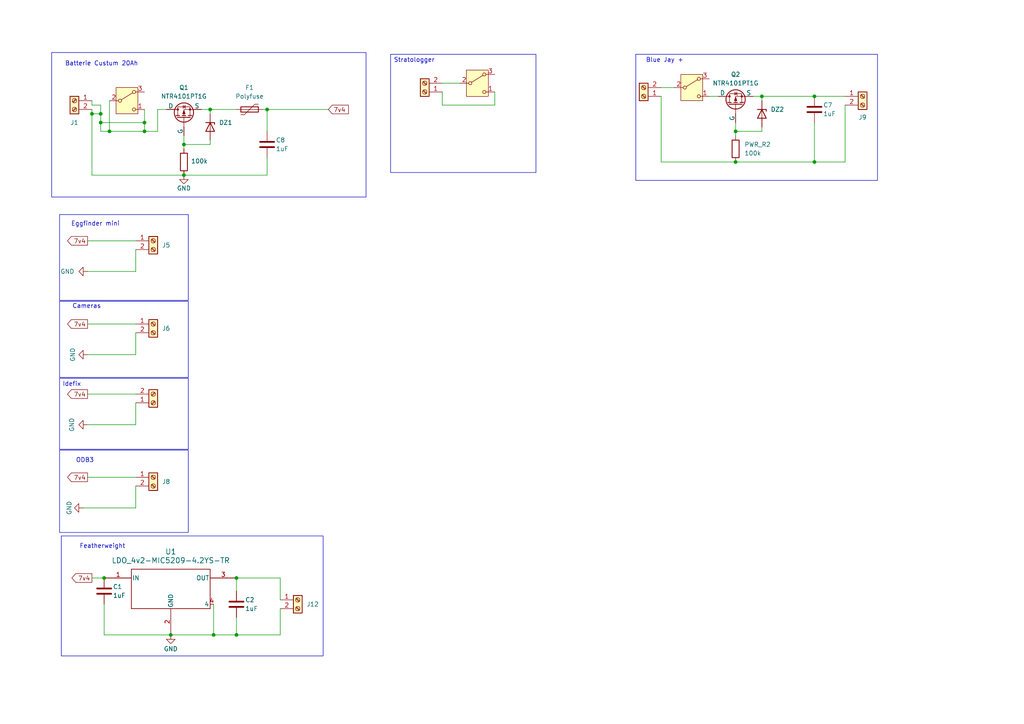
<source format=kicad_sch>
(kicad_sch (version 20231120) (generator "eeschema") (generator_version "8.0")
  (paper "A4")
  (lib_symbols
    (symbol "Connector:Screw_Terminal_01x02" (pin_names (offset 1.016) hide)
      (property "Reference" "J" (at 0 2.54 0))
      (property "Value" "Screw_Terminal_01x02" (at 0 -5.08 0))
      (symbol "Screw_Terminal_01x02_1_1"
        (rectangle (start -1.27 1.27) (end 1.27 -3.81) (stroke (width 0.254)) (fill (type background)))
        (circle (center 0 -2.54) (radius 0.635) (stroke (width 0.1524)))
        (polyline (pts (xy -0.5334 -2.2098) (xy 0.3302 -3.048)) (stroke (width 0.1524)))
        (polyline (pts (xy -0.5334 0.3302) (xy 0.3302 -0.508)) (stroke (width 0.1524)))
        (polyline (pts (xy -0.3556 -2.032) (xy 0.508 -2.8702)) (stroke (width 0.1524)))
        (polyline (pts (xy -0.3556 0.508) (xy 0.508 -0.3302)) (stroke (width 0.1524)))
        (circle (center 0 0) (radius 0.635) (stroke (width 0.1524)))
        (pin passive line (at -5.08 0 0) (length 3.81) (name "Pin_1") (number "1"))
        (pin passive line (at -5.08 -2.54 0) (length 3.81) (name "Pin_2") (number "2"))
      )
    )
    (symbol "Device:C" (pin_numbers hide) (pin_names (offset 0.254))
      (property "Reference" "C" (at 0.635 2.54 0))
      (property "Value" "C" (at 0.635 -2.54 0))
      (symbol "C_0_1"
        (polyline (pts (xy -2.032 -0.762) (xy 2.032 -0.762)) (stroke (width 0.508)))
        (polyline (pts (xy -2.032 0.762) (xy 2.032 0.762)) (stroke (width 0.508)))
      )
      (symbol "C_1_1"
        (pin passive line (at 0 3.81 270) (length 2.794) (name "~") (number "1"))
        (pin passive line (at 0 -3.81 90) (length 2.794) (name "~") (number "2"))
      )
    )
    (symbol "Device:Polyfuse" (pin_numbers hide) (pin_names (offset 0))
      (property "Reference" "F" (at -2.54 0 90))
      (property "Value" "Polyfuse" (at 2.54 0 90))
      (symbol "Polyfuse_0_1"
        (rectangle (start -0.762 2.54) (end 0.762 -2.54) (stroke (width 0.254)))
        (polyline (pts (xy 0 2.54) (xy 0 -2.54)))
        (polyline (pts (xy -1.524 2.54) (xy -1.524 1.524) (xy 1.524 -1.524) (xy 1.524 -2.54)))
      )
      (symbol "Polyfuse_1_1"
        (pin passive line (at 0 3.81 270) (length 1.27) (name "~") (number "1"))
        (pin passive line (at 0 -3.81 90) (length 1.27) (name "~") (number "2"))
      )
    )
    (symbol "Device:R" (pin_numbers hide) (pin_names (offset 0))
      (property "Reference" "R" (at 2.032 0 90))
      (property "Value" "R" (at 0 0 90))
      (symbol "R_0_1"
        (rectangle (start -1.016 -2.54) (end 1.016 2.54) (stroke (width 0.254)))
      )
      (symbol "R_1_1"
        (pin passive line (at 0 3.81 270) (length 1.27) (name "~") (number "1"))
        (pin passive line (at 0 -3.81 90) (length 1.27) (name "~") (number "2"))
      )
    )
    (symbol "Diode:BZV55C18" (pin_numbers hide) (pin_names hide)
      (property "Reference" "D" (at 0 2.54 0))
      (property "Value" "BZV55C18" (at 0 -2.54 0))
      (symbol "BZV55C18_0_1"
        (polyline (pts (xy 1.27 0) (xy -1.27 0)))
        (polyline (pts (xy -1.27 -1.27) (xy -1.27 1.27) (xy -0.762 1.27)) (stroke (width 0.254)))
        (polyline (pts (xy 1.27 -1.27) (xy 1.27 1.27) (xy -1.27 0) (xy 1.27 -1.27)) (stroke (width 0.254)))
      )
      (symbol "BZV55C18_1_1"
        (pin passive line (at -3.81 0 0) (length 2.54) (name "K") (number "1"))
        (pin passive line (at 3.81 0 180) (length 2.54) (name "A") (number "2"))
      )
    )
    (symbol "Simulation_SPICE:PMOS" (pin_numbers hide) (pin_names (offset 0))
      (property "Reference" "Q" (at 5.08 1.27 0))
      (property "Value" "PMOS" (at 5.08 -1.27 0))
      (symbol "PMOS_0_1"
        (polyline (pts (xy 0.254 0) (xy -2.54 0)))
        (polyline (pts (xy 0.254 1.905) (xy 0.254 -1.905)) (stroke (width 0.254)))
        (polyline (pts (xy 0.762 -1.27) (xy 0.762 -2.286)) (stroke (width 0.254)))
        (polyline (pts (xy 0.762 0.508) (xy 0.762 -0.508)) (stroke (width 0.254)))
        (polyline (pts (xy 0.762 2.286) (xy 0.762 1.27)) (stroke (width 0.254)))
        (polyline (pts (xy 2.54 2.54) (xy 2.54 1.778)))
        (polyline (pts (xy 2.54 -2.54) (xy 2.54 0) (xy 0.762 0)))
        (polyline (pts (xy 0.762 1.778) (xy 3.302 1.778) (xy 3.302 -1.778) (xy 0.762 -1.778)))
        (polyline (pts (xy 2.286 0) (xy 1.27 0.381) (xy 1.27 -0.381) (xy 2.286 0)) (fill (type outline)))
        (polyline (pts (xy 2.794 -0.508) (xy 2.921 -0.381) (xy 3.683 -0.381) (xy 3.81 -0.254)))
        (polyline (pts (xy 3.302 -0.381) (xy 2.921 0.254) (xy 3.683 0.254) (xy 3.302 -0.381)))
        (circle (center 1.651 0) (radius 2.794) (stroke (width 0.254)))
        (circle (center 2.54 -1.778) (radius 0.254) (fill (type outline)))
        (circle (center 2.54 1.778) (radius 0.254) (fill (type outline)))
      )
      (symbol "PMOS_1_1"
        (pin passive line (at 2.54 5.08 270) (length 2.54) (name "D") (number "1"))
        (pin input line (at -5.08 0 0) (length 2.54) (name "G") (number "2"))
        (pin passive line (at 2.54 -5.08 90) (length 2.54) (name "S") (number "3"))
      )
    )
    (symbol "Switch:SW_Nidec_CAS-120A1" (pin_names (offset 1) hide)
      (property "Reference" "SW" (at 0 4.318 0))
      (property "Value" "SW_Nidec_CAS-120A1" (at 0 -5.08 0))
      (symbol "SW_Nidec_CAS-120A1_0_1"
        (circle (center -2.032 0) (radius 0.4572))
        (polyline (pts (xy -1.651 0.254) (xy 1.651 2.286)))
        (circle (center 2.032 -2.54) (radius 0.4572))
        (circle (center 2.032 2.54) (radius 0.4572))
      )
      (symbol "SW_Nidec_CAS-120A1_1_1"
        (rectangle (start -3.175 3.81) (end 3.175 -3.81) (fill (type background)))
        (pin passive line (at 5.08 -2.54 180) (length 2.54) (name "C") (number "1"))
        (pin passive line (at -5.08 0 0) (length 2.54) (name "B") (number "2"))
        (pin passive line (at 5.08 2.54 180) (length 2.54) (name "A") (number "3"))
      )
    )
    (symbol "librairie_gaul:LDO_4v2-MIC5209-4.2YS-TR" (pin_names (offset 0.254))
      (property "Reference" "U" (at 16.764 9.906 0))
      (property "Value" "LDO_4v2-MIC5209-4.2YS-TR" (at 18.542 6.858 0))
      (symbol "LDO_4v2-MIC5209-4.2YS-TR_0_1"
        (polyline (pts (xy 7.62 -6.35) (xy 30.48 -6.35)) (stroke (width 0.2032)))
        (polyline (pts (xy 7.62 5.08) (xy 7.62 -6.35)) (stroke (width 0.2032)))
        (polyline (pts (xy 30.48 -6.35) (xy 30.48 5.08)) (stroke (width 0.2032)))
        (polyline (pts (xy 30.48 5.08) (xy 7.62 5.08)) (stroke (width 0.2032)))
        (pin input line (at 0 2.54 0) (length 7.62) (name "IN") (number "1"))
      )
      (symbol "LDO_4v2-MIC5209-4.2YS-TR_1_1"
        (pin power_in line (at 19.05 -13.97 90) (length 7.62) (name "GND") (number "2"))
        (pin output line (at 38.1 2.54 180) (length 7.62) (name "OUT") (number "3"))
        (pin unspecified line (at 31.48 -5.08 180) (length 1) (name "4") (number "4"))
      )
    )
    (symbol "power:GND" (power) (pin_numbers hide) (pin_names (offset 0) hide)
      (property "Value" "GND" (at 0 -3.81 0))
      (symbol "GND_0_1"
        (polyline (pts (xy 0 0) (xy 0 -1.27) (xy 1.27 -1.27) (xy 0 -2.54) (xy -1.27 -1.27) (xy 0 -1.27)))
      )
      (symbol "GND_1_1"
        (pin power_in line (at 0 0 270) (length 0) (name "~") (number "1"))
      )
    )
  )
  (junction (at 236.22 27.94))
  (junction (at 31.75 38.1))
  (junction (at 30.21 167.64))
  (junction (at 68.58 167.64))
  (junction (at 236.22 46.99))
  (junction (at 213.36 46.99))
  (junction (at 41.91 38.1))
  (junction (at 26.67 33.02))
  (junction (at 53.34 41.91))
  (junction (at 68.58 184.15))
  (junction (at 61.96 184.15))
  (junction (at 60.96 31.75))
  (junction (at 213.36 38.1))
  (junction (at 29.21 33.02))
  (junction (at 41.91 35.56))
  (junction (at 29.21 35.56))
  (junction (at 53.34 50.8))
  (junction (at 77.47 31.75))
  (junction (at 220.98 27.94))
  (junction (at 49.53 184.15))
  (wire (pts (xy 31.75 38.1) (xy 41.91 38.1)))
  (wire (pts (xy 205.74 27.94) (xy 208.28 27.94)))
  (wire (pts (xy 81.28 176.53) (xy 81.28 184.15)))
  (wire (pts (xy 49.53 184.15) (xy 61.96 184.15)))
  (wire (pts (xy 213.36 38.1) (xy 213.36 39.37)))
  (wire (pts (xy 26.67 31.75) (xy 26.67 33.02)))
  (wire (pts (xy 81.28 184.15) (xy 68.58 184.15)))
  (wire (pts (xy 30.21 167.64) (xy 30.48 167.64)))
  (wire (pts (xy 30.21 184.15) (xy 49.53 184.15)))
  (wire (pts (xy 213.36 38.1) (xy 220.98 38.1)))
  (wire (pts (xy 81.28 167.64) (xy 68.58 167.64)))
  (wire (pts (xy 213.36 46.99) (xy 236.22 46.99)))
  (wire (pts (xy 26.67 167.64) (xy 30.21 167.64)))
  (wire (pts (xy 39.37 140.97) (xy 39.37 147.32)))
  (wire (pts (xy 77.47 31.75) (xy 76.2 31.75)))
  (wire (pts (xy 236.22 27.94) (xy 245.11 27.94)))
  (wire (pts (xy 220.98 27.94) (xy 220.98 29.21)))
  (wire (pts (xy 218.44 27.94) (xy 220.98 27.94)))
  (wire (pts (xy 128.27 26.67) (xy 128.27 30.48)))
  (wire (pts (xy 61.96 184.15) (xy 68.58 184.15)))
  (wire (pts (xy 25.4 93.98) (xy 39.37 93.98)))
  (wire (pts (xy 39.37 116.84) (xy 39.37 123.19)))
  (wire (pts (xy 81.28 167.64) (xy 81.28 173.99)))
  (wire (pts (xy 41.91 38.1) (xy 45.72 38.1)))
  (wire (pts (xy 143.51 30.48) (xy 143.51 26.67)))
  (wire (pts (xy 68.58 179.07) (xy 68.58 184.15)))
  (wire (pts (xy 77.47 45.72) (xy 77.47 50.8)))
  (wire (pts (xy 39.37 78.74) (xy 25.4 78.74)))
  (wire (pts (xy 29.21 38.1) (xy 31.75 38.1)))
  (wire (pts (xy 25.4 123.19) (xy 39.37 123.19)))
  (wire (pts (xy 60.96 31.75) (xy 60.96 33.02)))
  (wire (pts (xy 191.77 25.4) (xy 195.58 25.4)))
  (wire (pts (xy 128.27 30.48) (xy 143.51 30.48)))
  (wire (pts (xy 191.77 27.94) (xy 191.77 46.99)))
  (wire (pts (xy 220.98 27.94) (xy 236.22 27.94)))
  (wire (pts (xy 77.47 31.75) (xy 77.47 38.1)))
  (wire (pts (xy 58.42 31.75) (xy 60.96 31.75)))
  (wire (pts (xy 53.34 41.91) (xy 60.96 41.91)))
  (wire (pts (xy 39.37 72.39) (xy 39.37 78.74)))
  (wire (pts (xy 48.26 31.75) (xy 45.72 31.75)))
  (wire (pts (xy 26.67 33.02) (xy 26.67 50.8)))
  (wire (pts (xy 128.27 24.13) (xy 133.35 24.13)))
  (wire (pts (xy 68.58 167.64) (xy 68.58 171.45)))
  (wire (pts (xy 25.4 114.3) (xy 39.37 114.3)))
  (wire (pts (xy 95.25 31.75) (xy 77.47 31.75)))
  (wire (pts (xy 236.22 35.56) (xy 236.22 46.99)))
  (wire (pts (xy 29.21 30.48) (xy 29.21 33.02)))
  (wire (pts (xy 39.37 102.87) (xy 25.4 102.87)))
  (wire (pts (xy 68.58 31.75) (xy 60.96 31.75)))
  (wire (pts (xy 41.91 38.1) (xy 41.91 35.56)))
  (wire (pts (xy 26.67 29.21) (xy 26.67 30.48)))
  (wire (pts (xy 39.37 147.32) (xy 24.13 147.32)))
  (wire (pts (xy 41.91 31.75) (xy 41.91 35.56)))
  (wire (pts (xy 39.37 96.52) (xy 39.37 102.87)))
  (wire (pts (xy 26.67 50.8) (xy 53.34 50.8)))
  (wire (pts (xy 53.34 39.37) (xy 53.34 41.91)))
  (wire (pts (xy 26.67 33.02) (xy 29.21 33.02)))
  (wire (pts (xy 53.34 41.91) (xy 53.34 43.18)))
  (wire (pts (xy 60.96 40.64) (xy 60.96 41.91)))
  (wire (pts (xy 220.98 36.83) (xy 220.98 38.1)))
  (wire (pts (xy 25.4 138.43) (xy 39.37 138.43)))
  (wire (pts (xy 29.21 35.56) (xy 29.21 38.1)))
  (wire (pts (xy 26.67 30.48) (xy 29.21 30.48)))
  (wire (pts (xy 31.75 38.1) (xy 31.75 29.21)))
  (wire (pts (xy 191.77 46.99) (xy 213.36 46.99)))
  (wire (pts (xy 245.11 46.99) (xy 236.22 46.99)))
  (wire (pts (xy 29.21 35.56) (xy 41.91 35.56)))
  (wire (pts (xy 45.72 31.75) (xy 45.72 38.1)))
  (wire (pts (xy 77.47 50.8) (xy 53.34 50.8)))
  (wire (pts (xy 213.36 35.56) (xy 213.36 38.1)))
  (wire (pts (xy 61.96 175.26) (xy 61.96 184.15)))
  (wire (pts (xy 245.11 46.99) (xy 245.11 30.48)))
  (wire (pts (xy 30.21 184.15) (xy 30.21 175.26)))
  (wire (pts (xy 25.4 69.85) (xy 39.37 69.85)))
  (wire (pts (xy 29.21 33.02) (xy 29.21 35.56)))
  (rectangle (start 17.78 155.448) (end 93.726 190.246))
  (rectangle (start 17.272 109.728) (end 54.61 130.302))
  (rectangle (start 17.272 130.556) (end 54.61 154.432))
  (rectangle (start 184.404 15.748) (end 254.508 52.324))
  (rectangle (start 17.272 62.23) (end 54.61 87.122))
  (rectangle (start 113.284 15.748) (end 155.448 50.038))
  (rectangle (start 17.272 87.376) (end 54.61 109.474))
  (rectangle (start 14.986 15.24) (end 106.172 57.15))
  (text "Eggfinder mini" (at 27.686 65.024 0) (effects (font (size 1.27 1.27))))
  (text "Stratologger" (at 120.142 17.526 0) (effects (font (size 1.27 1.27))))
  (text "Featherweight" (at 29.718 158.496 0) (effects (font (size 1.27 1.27))))
  (text "Batterie Custum 20Ah" (at 29.464 18.542 0) (effects (font (size 1.27 1.27))))
  (text "Cameras" (at 25.146 88.9 0) (effects (font (size 1.27 1.27))))
  (text "Blue Jay +" (at 192.786 17.526 0) (effects (font (size 1.27 1.27))))
  (text "ODB3" (at 24.638 133.604 0) (effects (font (size 1.27 1.27))))
  (text "Idefix\n" (at 20.828 111.506 0) (effects (font (size 1.27 1.27))))
  (global_label "7v4" (shape output) (at 26.67 167.64 180) (property "Intersheetrefs" "${INTERSHEET_REFS}" (effects (hide yes))))
  (global_label "7v4" (shape output) (at 25.4 114.3 180) (property "Intersheetrefs" "${INTERSHEET_REFS}" (effects (hide yes))))
  (global_label "7v4" (shape output) (at 25.4 93.98 180) (property "Intersheetrefs" "${INTERSHEET_REFS}" (effects (hide yes))))
  (global_label "7v4" (shape output) (at 25.4 69.85 180) (property "Intersheetrefs" "${INTERSHEET_REFS}" (effects (hide yes))))
  (global_label "7v4" (shape input) (at 95.25 31.75 0) (property "Intersheetrefs" "${INTERSHEET_REFS}" (effects (hide yes))))
  (global_label "7v4" (shape output) (at 25.4 138.43 180) (property "Intersheetrefs" "${INTERSHEET_REFS}" (effects (hide yes))))
  (symbol (lib_id "Connector:Screw_Terminal_01x02") (at 44.45 69.85 0) (unit 1)
    (property "Reference" "J5" (at 46.99 71.1199 0) (effects (justify left)))
    (property "Value" "Screw_Terminal_01x02" (effects (hide yes)))
    (property "Footprint" "3mm header 2x1:CONN_SD-44067-001_02_MOL" (effects (hide yes)))
    (property "Description" "Generic screw terminal, single row, 01x02, script generated (kicad-library-utils/schlib/autogen/connector/)" (effects (hide yes)))
  )
  (symbol (lib_id "Device:Polyfuse") (at 72.39 31.75 90) (unit 1)
    (property "Reference" "F1" (at 72.39 25.4 90))
    (property "Value" "Polyfuse" (at 72.39 27.94 90))
    (property "Footprint" "Fuse:Fuse_1812_4532Metric" (effects (hide yes)))
    (property "Description" "Resettable fuse, polymeric positive temperature coefficient" (effects (hide yes)))
  )
  (symbol (lib_id "Diode:BZV55C18") (at 220.98 33.02 270) (unit 1)
    (property "Reference" "DZ2" (at 223.52 31.7499 90) (effects (justify left)))
    (property "Value" "SZMMSZ4679T1G" (effects (hide yes)))
    (property "Footprint" "Diode_SMD:D_SOD-123" (effects (hide yes)))
    (property "Datasheet" "https://www.digikey.ca/en/products/detail/onsemi/SZMMSZ4679T1G/5404986?s=N4IgTCBcDaIMoC0CyTEBYBsB2AnAFQEYBxAeTgGE8BaAOQBEQBdAXyA" (effects (hide yes)))
    (property "Description" "18V, 500mW, 5%, Zener diode, MiniMELF" (effects (hide yes)))
    (property "Digikey" "SZMMSZ4679T1GOSCT-ND" (effects (hide yes)))
  )
  (symbol (lib_id "power:GND") (at 25.4 78.74 270) (unit 1)
    (property "Reference" "#PWR04" (effects (hide yes)))
    (property "Value" "GND" (at 21.59 78.7399 90) (effects (justify right)))
    (property "Description" "Power symbol creates a global label with name \"GND\" , ground" (effects (hide yes)))
  )
  (symbol (lib_id "Connector:Screw_Terminal_01x02") (at 186.69 27.94 180) (unit 1)
    (property "Reference" "J10" (effects (hide yes)))
    (property "Value" "Screw_Terminal_01x02" (effects (hide yes)))
    (property "Footprint" "Connector_PinHeader_2.54mm:PinHeader_1x02_P2.54mm_Vertical" (effects (hide yes)))
    (property "Description" "Generic screw terminal, single row, 01x02, script generated (kicad-library-utils/schlib/autogen/connector/)" (effects (hide yes)))
  )
  (symbol (lib_id "power:GND") (at 49.53 184.15 0) (unit 1)
    (property "Reference" "#PWR03" (effects (hide yes)))
    (property "Value" "GND" (at 49.53 188.214 0))
    (property "Description" "Power symbol creates a global label with name \"GND\" , ground" (effects (hide yes)))
  )
  (symbol (lib_id "Device:C") (at 236.22 31.75 0) (unit 1)
    (property "Reference" "C7" (at 238.76 30.48 0) (effects (justify left)))
    (property "Value" "1uF" (at 238.76 33.02 0) (effects (justify left)))
    (property "Footprint" "Capacitor_SMD:C_1206_3216Metric" (effects (hide yes)))
    (property "Digikey" "1276-1068-1-ND" (effects (hide yes)))
  )
  (symbol (lib_id "Connector:Screw_Terminal_01x02") (at 21.59 29.21 0) (mirror y) (unit 1)
    (property "Reference" "J1" (at 21.59 35.56 0))
    (property "Value" "Screw_Terminal_01x02" (effects (hide yes)))
    (property "Footprint" "Connector_AMASS:AMASS_XT60-F_1x02_P7.20mm_Vertical" (effects (hide yes)))
    (property "Description" "Generic screw terminal, single row, 01x02, script generated (kicad-library-utils/schlib/autogen/connector/)" (effects (hide yes)))
  )
  (symbol (lib_id "Device:R") (at 213.36 43.18 0) (unit 1)
    (property "Reference" "PWR_R2" (at 215.9 41.91 0) (effects (justify left)))
    (property "Value" "100k" (at 215.9 44.45 0) (effects (justify left)))
    (property "Footprint" "Resistor_SMD:R_1206_3216Metric" (effects (hide yes)))
    (property "Datasheet" "https://www.digikey.ca/en/products/detail/vishay-dale/CRCW1206100KFKEAHP/2222454" (effects (hide yes)))
    (property "Digikey" "  541-100KUTR-ND" (effects (hide yes)))
  )
  (symbol (lib_id "Device:C") (at 77.47 41.91 0) (unit 1)
    (property "Reference" "C8" (at 80.01 40.64 0) (effects (justify left)))
    (property "Value" "1uF" (at 80.01 43.18 0) (effects (justify left)))
    (property "Footprint" "Capacitor_SMD:C_1206_3216Metric" (effects (hide yes)))
    (property "Digikey" "1276-1068-1-ND" (effects (hide yes)))
  )
  (symbol (lib_id "Device:C") (at 68.58 175.26 0) (unit 1)
    (property "Reference" "C2" (at 71.12 173.99 0) (effects (justify left)))
    (property "Value" "1uF" (at 71.12 176.53 0) (effects (justify left)))
    (property "Footprint" "Capacitor_SMD:C_1206_3216Metric" (effects (hide yes)))
    (property "Digikey" "1276-1068-1-ND" (effects (hide yes)))
  )
  (symbol (lib_id "Connector:Screw_Terminal_01x02") (at 44.45 138.43 0) (unit 1)
    (property "Reference" "J8" (at 46.99 139.6999 0) (effects (justify left)))
    (property "Value" "Screw_Terminal_01x02" (effects (hide yes)))
    (property "Footprint" "footprints:CONN02_560020_MOL" (effects (hide yes)))
    (property "Description" "Generic screw terminal, single row, 01x02, script generated (kicad-library-utils/schlib/autogen/connector/)" (effects (hide yes)))
  )
  (symbol (lib_id "Switch:SW_Nidec_CAS-120A1") (at 36.83 29.21 0) (unit 1)
    (property "Reference" "SW1" (effects (hide yes)))
    (property "Value" "SW_Nidec_CAS-120A1" (effects (hide yes)))
    (property "Footprint" "Library:Omrun_SS-01GL13" (effects (hide yes)))
    (property "Datasheet" "https://www.nidec-components.com/e/catalog/switch/cas.pdf" (effects (hide yes)))
    (property "Description" "Switch, single pole double throw" (effects (hide yes)))
  )
  (symbol (lib_id "Connector:Screw_Terminal_01x02") (at 44.45 93.98 0) (unit 1)
    (property "Reference" "J6" (at 46.99 95.2499 0) (effects (justify left)))
    (property "Value" "Screw_Terminal_01x02" (effects (hide yes)))
    (property "Footprint" "footprints:CONN_SDA_43255-00XX_02_MOL" (effects (hide yes)))
    (property "Description" "Generic screw terminal, single row, 01x02, script generated (kicad-library-utils/schlib/autogen/connector/)" (effects (hide yes)))
  )
  (symbol (lib_id "Device:C") (at 30.21 171.45 0) (unit 1)
    (property "Reference" "C1" (at 32.75 170.18 0) (effects (justify left)))
    (property "Value" "1uF" (at 32.75 172.72 0) (effects (justify left)))
    (property "Footprint" "Capacitor_SMD:C_1206_3216Metric" (effects (hide yes)))
    (property "Digikey" "1276-1068-1-ND" (effects (hide yes)))
  )
  (symbol (lib_id "Simulation_SPICE:PMOS") (at 53.34 34.29 90) (unit 1)
    (property "Reference" "Q1" (at 53.34 25.4 90))
    (property "Value" "NTR4101PT1G" (at 53.34 27.94 90))
    (property "Footprint" "NTR4101PT1G:SOT-23-3_1P4X3P040_ONS" (effects (hide yes)))
    (property "Datasheet" "https://www.digikey.ca/en/products/detail/onsemi/NTR4101PT1G/687096?s=N4IgTCBcDaIHIBUBKAWAjABjQBQWg4gPIDKAwggLRwAiIAugL5A" (effects (hide yes)))
    (property "Description" "P-MOSFET transistor, drain/source/gate" (effects (hide yes)))
    (property "Sim.Device" "PMOS" (effects (hide yes)))
    (property "Sim.Type" "VDMOS" (effects (hide yes)))
    (property "Sim.Pins" "1=G 2=S 3=D" (effects (hide yes)))
    (property "Digikey" "NTR4101PT1GOSCT-ND" (effects (hide yes)))
  )
  (symbol (lib_id "power:GND") (at 24.13 147.32 270) (unit 1)
    (property "Reference" "#PWR07" (effects (hide yes)))
    (property "Value" "GND" (at 20.066 147.32 0))
    (property "Description" "Power symbol creates a global label with name \"GND\" , ground" (effects (hide yes)))
  )
  (symbol (lib_id "Connector:Screw_Terminal_01x02") (at 123.19 26.67 180) (unit 1)
    (property "Reference" "J2" (effects (hide yes)))
    (property "Value" "Screw_Terminal_01x02" (effects (hide yes)))
    (property "Footprint" "footprints:CONN_70545-xxxx_02_MOL" (effects (hide yes)))
    (property "Description" "Generic screw terminal, single row, 01x02, script generated (kicad-library-utils/schlib/autogen/connector/)" (effects (hide yes)))
  )
  (symbol (lib_id "librairie_gaul:LDO_4v2-MIC5209-4.2YS-TR") (at 30.48 170.18 0) (unit 1)
    (property "Reference" "U1" (at 49.53 160.02 0) (effects (font (size 1.524 1.524))))
    (property "Value" "LDO_4v2-MIC5209-4.2YS-TR" (at 49.53 162.56 0) (effects (font (size 1.524 1.524))))
    (property "Footprint" "SOT-223_S_MCH" (effects (hide yes)))
    (property "Datasheet" "MIC5209-4.2YS-TR" (effects (hide yes)))
  )
  (symbol (lib_id "power:GND") (at 25.4 123.19 270) (unit 1)
    (property "Reference" "#PWR06" (effects (hide yes)))
    (property "Value" "GND" (at 20.828 123.19 0))
    (property "Description" "Power symbol creates a global label with name \"GND\" , ground" (effects (hide yes)))
  )
  (symbol (lib_id "Simulation_SPICE:PMOS") (at 213.36 30.48 90) (unit 1)
    (property "Reference" "Q2" (at 213.36 21.59 90))
    (property "Value" "NTR4101PT1G" (at 213.36 24.13 90))
    (property "Footprint" "NTR4101PT1G:SOT-23-3_1P4X3P040_ONS" (effects (hide yes)))
    (property "Datasheet" "https://www.digikey.ca/en/products/detail/onsemi/NTR4101PT1G/687096?s=N4IgTCBcDaIHIBUBKAWAjABjQBQWg4gPIDKAwggLRwAiIAugL5A" (effects (hide yes)))
    (property "Description" "P-MOSFET transistor, drain/source/gate" (effects (hide yes)))
    (property "Sim.Device" "PMOS" (effects (hide yes)))
    (property "Sim.Type" "VDMOS" (effects (hide yes)))
    (property "Sim.Pins" "1=G 2=S 3=D" (effects (hide yes)))
    (property "Digikey" "NTR4101PT1GOSCT-ND" (effects (hide yes)))
  )
  (symbol (lib_id "Connector:Screw_Terminal_01x02") (at 86.36 173.99 0) (unit 1)
    (property "Reference" "J12" (at 88.9 175.2599 0) (effects (justify left)))
    (property "Value" "Screw_Terminal_01x02" (effects (hide yes)))
    (property "Footprint" "Connector_Molex:Molex_Micro-Fit_3.0_43650-0215_1x02_P3.00mm_Vertical" (effects (hide yes)))
    (property "Description" "Generic screw terminal, single row, 01x02, script generated (kicad-library-utils/schlib/autogen/connector/)" (effects (hide yes)))
  )
  (symbol (lib_id "Device:R") (at 53.34 46.99 0) (unit 1)
    (property "Reference" "PWR_R1" (effects (hide yes)))
    (property "Value" "100k" (at 55.372 46.736 0) (effects (justify left)))
    (property "Footprint" "Resistor_SMD:R_1206_3216Metric" (effects (hide yes)))
    (property "Datasheet" "https://www.digikey.ca/en/products/detail/vishay-dale/CRCW1206100KFKEAHP/2222454" (effects (hide yes)))
    (property "Digikey" "  541-100KUTR-ND" (effects (hide yes)))
  )
  (symbol (lib_id "Switch:SW_Nidec_CAS-120A1") (at 138.43 24.13 0) (unit 1)
    (property "Reference" "SW2" (effects (hide yes)))
    (property "Value" "SW_Nidec_CAS-120A1" (effects (hide yes)))
    (property "Footprint" "Library:Omrun_SS-01GL13" (effects (hide yes)))
    (property "Datasheet" "https://www.nidec-components.com/e/catalog/switch/cas.pdf" (effects (hide yes)))
    (property "Description" "Switch, single pole double throw" (effects (hide yes)))
  )
  (symbol (lib_id "Connector:Screw_Terminal_01x02") (at 250.19 27.94 0) (unit 1)
    (property "Reference" "J9" (at 250.19 34.036 0))
    (property "Value" "Screw_Terminal_01x02" (effects (hide yes)))
    (property "Footprint" "Connector_PinHeader_1.27mm:PinHeader_1x02_P1.27mm_Vertical" (effects (hide yes)))
    (property "Description" "Generic screw terminal, single row, 01x02, script generated (kicad-library-utils/schlib/autogen/connector/)" (effects (hide yes)))
  )
  (symbol (lib_id "Connector:Screw_Terminal_01x02") (at 44.45 116.84 0) (mirror x) (unit 1)
    (property "Reference" "J11" (effects (hide yes)))
    (property "Value" "Screw_Terminal_01x02" (effects (hide yes)))
    (property "Footprint" "Connector_AMASS:AMASS_XT30U-M_1x02_P5.0mm_Vertical" (effects (hide yes)))
    (property "Description" "Generic screw terminal, single row, 01x02, script generated (kicad-library-utils/schlib/autogen/connector/)" (effects (hide yes)))
    (property "LCSC Part #" "C129184" (effects (hide yes)))
  )
  (symbol (lib_id "power:GND") (at 53.34 50.8 0) (unit 1)
    (property "Reference" "#PWR01" (effects (hide yes)))
    (property "Value" "GND" (at 53.34 54.61 0))
  )
  (symbol (lib_id "Diode:BZV55C18") (at 60.96 36.83 270) (unit 1)
    (property "Reference" "DZ1" (at 63.5 35.5599 90) (effects (justify left)))
    (property "Value" "SZMMSZ4679T1G" (effects (hide yes)))
    (property "Footprint" "Diode_SMD:D_SOD-123" (effects (hide yes)))
    (property "Datasheet" "https://www.digikey.ca/en/products/detail/onsemi/SZMMSZ4679T1G/5404986?s=N4IgTCBcDaIMoC0CyTEBYBsB2AnAFQEYBxAeTgGE8BaAOQBEQBdAXyA" (effects (hide yes)))
    (property "Description" "18V, 500mW, 5%, Zener diode, MiniMELF" (effects (hide yes)))
    (property "Digikey" "SZMMSZ4679T1GOSCT-ND" (effects (hide yes)))
  )
  (symbol (lib_id "Switch:SW_Nidec_CAS-120A1") (at 200.66 25.4 0) (unit 1)
    (property "Reference" "SW3" (effects (hide yes)))
    (property "Value" "SW_Nidec_CAS-120A1" (effects (hide yes)))
    (property "Footprint" "Library:Omrun_SS-01GL13" (effects (hide yes)))
    (property "Datasheet" "https://www.nidec-components.com/e/catalog/switch/cas.pdf" (effects (hide yes)))
    (property "Description" "Switch, single pole double throw" (effects (hide yes)))
  )
  (symbol (lib_id "power:GND") (at 25.4 102.87 270) (unit 1)
    (property "Reference" "#PWR05" (effects (hide yes)))
    (property "Value" "GND" (at 21.082 102.87 0))
    (property "Description" "Power symbol creates a global label with name \"GND\" , ground" (effects (hide yes)))
  )
)
</source>
